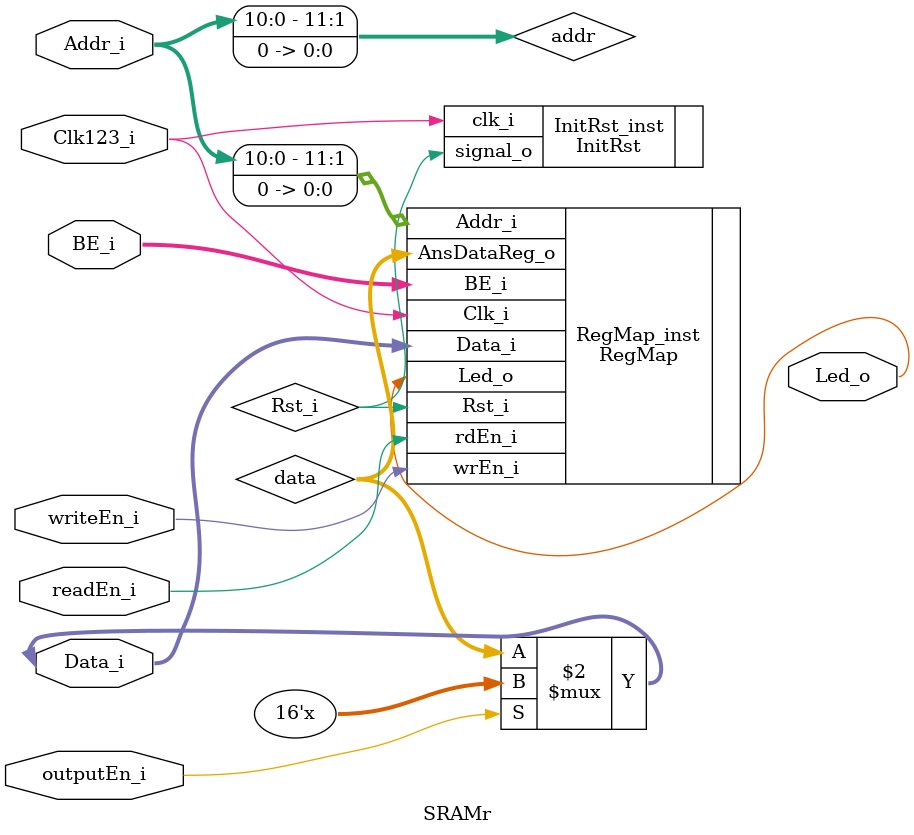
<source format=v>

module SRAMr #(
    parameter CmdRegWidth = 32,
    parameter AddrRegWidth = 12

) (
    input Clk123_i,
    // input Clk50_i,
    input [AddrRegWidth-2:0] Addr_i,
    inout [CmdRegWidth/2-1:0] Data_i,
    // input Start_i,
    input writeEn_i,
    input readEn_i,
    input [1:0] BE_i,
    input outputEn_i,

    // output wire fullFlag,
    // output wire emptyFlag,
    output  Led_o
   








);
//================================================================================
//  REG/WIRE
//================================================================================

    wire wrEn;
    wire rdEn;
    wire Rst_i;
    wire [CmdRegWidth/2-1:0] data;
    wire [AddrRegWidth-1:0] addr; 

    wire mosi0;
    wire mosi1;
    wire mosi2;
    wire mosi3;
    wire sck;
    wire ss;

//================================================================================
//  ASSIGNMENTS
//================================================================================
assign addr = {Addr_i, 1'b0};
assign Data_i = (!outputEn_i) ? data : 16'bz;





//================================================================================
//  CODING
//================================================================================	



RegMap #(
    .CmdRegWidth(32),
    .AddrRegWidth(12)
)
RegMap_inst (
    .Clk_i(Clk123_i),
    .Rst_i(Rst_i),
    .Data_i(Data_i),
    .Addr_i(addr),
    .wrEn_i(writeEn_i),
    .rdEn_i(readEn_i),
    .BE_i(BE_i),
    .Led_o(Led_o),
    .AnsDataReg_o(data)

);


InitRst InitRst_inst (
    .clk_i(Clk123_i),
    .signal_o(Rst_i)

);





endmodule
</source>
